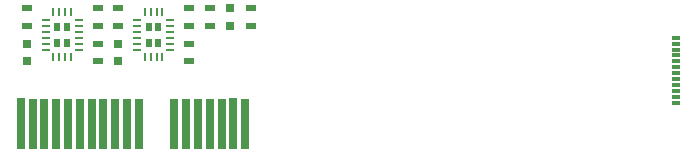
<source format=gtp>
G04 #@! TF.FileFunction,Paste,Top*
%FSLAX46Y46*%
G04 Gerber Fmt 4.6, Leading zero omitted, Abs format (unit mm)*
G04 Created by KiCad (PCBNEW 4.0.7) date Wednesday, December 20, 2017 'AMt' 12:52:48 AM*
%MOMM*%
%LPD*%
G01*
G04 APERTURE LIST*
%ADD10C,0.100000*%
%ADD11R,0.700000X3.200000*%
%ADD12R,0.700000X4.300000*%
%ADD13R,0.700000X0.250000*%
%ADD14R,0.250000X0.700000*%
%ADD15R,0.495000X0.795000*%
%ADD16R,0.797560X0.797560*%
%ADD17R,0.900000X0.500000*%
%ADD18R,0.700000X0.300000*%
G04 APERTURE END LIST*
D10*
D11*
X750000Y4000000D03*
D12*
X1750000Y3450000D03*
X2750000Y3450000D03*
X3750000Y3450000D03*
X4750000Y3450000D03*
X5750000Y3450000D03*
X6750000Y3450000D03*
X7750000Y3450000D03*
X8750000Y3450000D03*
X9750000Y3450000D03*
X10750000Y3450000D03*
X13750000Y3450000D03*
X14750000Y3450000D03*
X15750000Y3450000D03*
X16750000Y3450000D03*
X17750000Y3450000D03*
X18750000Y3450000D03*
X19750000Y3450000D03*
X750000Y3450000D03*
X1750000Y3450000D03*
X2750000Y3450000D03*
X3750000Y3450000D03*
X4750000Y3450000D03*
X5750000Y3450000D03*
X6750000Y3450000D03*
X7750000Y3450000D03*
X8750000Y3450000D03*
X9750000Y3450000D03*
X10750000Y3450000D03*
X13750000Y3450000D03*
X14750000Y3450000D03*
X15750000Y3450000D03*
X16750000Y3450000D03*
X17750000Y3450000D03*
D11*
X18750000Y4000000D03*
D12*
X19750000Y3450000D03*
D13*
X10600000Y12250000D03*
X10600000Y11750000D03*
X10600000Y11250000D03*
X10600000Y10750000D03*
X10600000Y10250000D03*
X10600000Y9750000D03*
D14*
X11250000Y9100000D03*
X11750000Y9100000D03*
X12250000Y9100000D03*
X12750000Y9100000D03*
D13*
X13400000Y9750000D03*
X13400000Y10250000D03*
X13400000Y10750000D03*
X13400000Y11250000D03*
X13400000Y11750000D03*
X13400000Y12250000D03*
D14*
X12750000Y12900000D03*
X12250000Y12900000D03*
X11750000Y12900000D03*
X11250000Y12900000D03*
D15*
X12412500Y10337500D03*
X12412500Y11662500D03*
X11587500Y10337500D03*
X11587500Y11662500D03*
D16*
X9000000Y8750700D03*
X9000000Y10249300D03*
X1250000Y8750700D03*
X1250000Y10249300D03*
X18500000Y11750700D03*
X18500000Y13249300D03*
D17*
X15000000Y8750000D03*
X15000000Y10250000D03*
X7250000Y8750000D03*
X7250000Y10250000D03*
X9000000Y11750000D03*
X9000000Y13250000D03*
X15000000Y13250000D03*
X15000000Y11750000D03*
X1250000Y11750000D03*
X1250000Y13250000D03*
X7250000Y13250000D03*
X7250000Y11750000D03*
X20250000Y13250000D03*
X20250000Y11750000D03*
X16750000Y13250000D03*
X16750000Y11750000D03*
D13*
X2850000Y12250000D03*
X2850000Y11750000D03*
X2850000Y11250000D03*
X2850000Y10750000D03*
X2850000Y10250000D03*
X2850000Y9750000D03*
D14*
X3500000Y9100000D03*
X4000000Y9100000D03*
X4500000Y9100000D03*
X5000000Y9100000D03*
D13*
X5650000Y9750000D03*
X5650000Y10250000D03*
X5650000Y10750000D03*
X5650000Y11250000D03*
X5650000Y11750000D03*
X5650000Y12250000D03*
D14*
X5000000Y12900000D03*
X4500000Y12900000D03*
X4000000Y12900000D03*
X3500000Y12900000D03*
D15*
X4662500Y10337500D03*
X4662500Y11662500D03*
X3837500Y10337500D03*
X3837500Y11662500D03*
D18*
X56230000Y5250000D03*
X56230000Y5750000D03*
X56230000Y6250000D03*
X56230000Y6750000D03*
X56230000Y7250000D03*
X56230000Y7750000D03*
X56230000Y8250000D03*
X56230000Y10750000D03*
X56230000Y9750000D03*
X56230000Y9250000D03*
X56230000Y8750000D03*
X56230000Y10250000D03*
M02*

</source>
